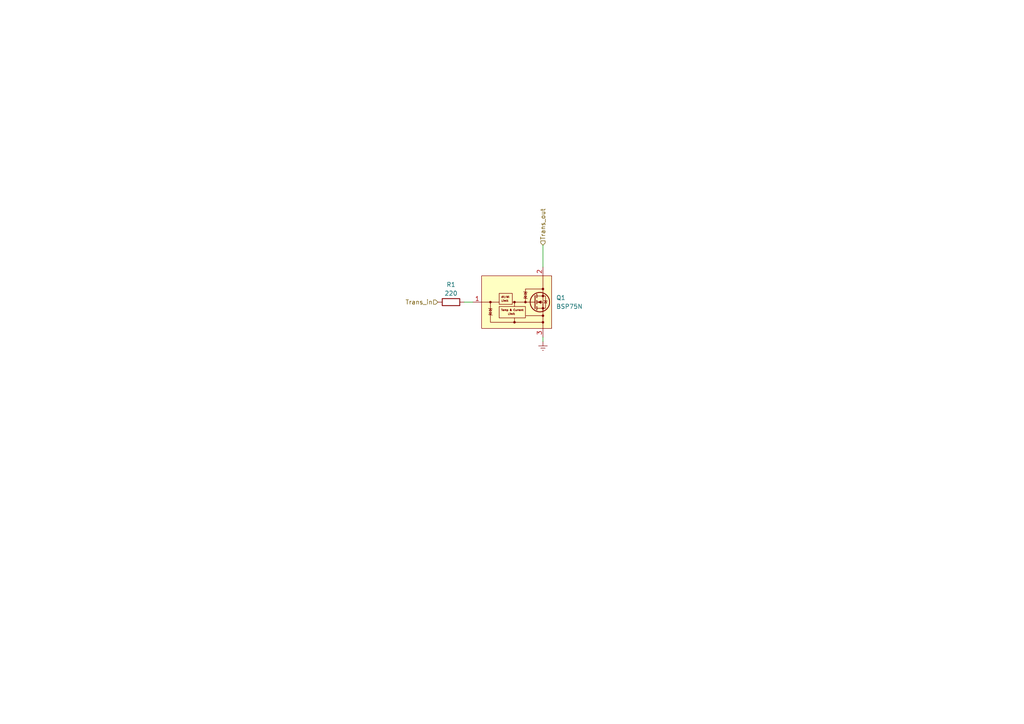
<source format=kicad_sch>
(kicad_sch (version 20230121) (generator eeschema)
  (paper "A4")
  (lib_symbols
    (symbol "Device:R" (pin_numbers hide) (pin_names (offset 0))
      (property "Reference" "R" (at 2.032 0 90))
      (property "Value" "R" (at 0 0 90))
      (symbol "R_0_1"
        (rectangle (start -1.016 -2.54) (end 1.016 2.54) (stroke (width 0.254)))
      )
      (symbol "R_1_1"
        (pin passive line (at 0 3.81 270) (length 1.27) (name "~") (number "1"))
        (pin passive line (at 0 -3.81 90) (length 1.27) (name "~") (number "2"))
      )
    )
    (symbol "Driver_FET:BSP75N" (pin_names (offset 0) hide)
      (property "Reference" "Q" (at 5.08 8.89 0))
      (property "Value" "BSP75N" (at -10.16 8.89 0))
      (symbol "BSP75N_0_0"
        (rectangle (start -10.16 7.62) (end 10.16 -7.62) (fill (type background)))
        (polyline (pts (xy 7.62 2.54) (xy 7.62 -7.62)))
        (polyline (pts (xy 7.62 2.54) (xy 7.62 7.62)))
        (polyline (pts (xy -0.635 -1.27) (xy -0.635 -0.635) (xy -0.635 0)))
        (polyline (pts (xy 2.54 0) (xy 2.54 3.81) (xy 7.62 3.81)))
        (polyline (pts (xy 7.62 -5.842) (xy -0.635 -5.842) (xy -0.635 -4.572)))
        (polyline (pts (xy -0.635 -5.842) (xy -7.62 -5.842) (xy -7.62 0) (xy -5.08 0)))
        (text "Limit" (at -1.524 -3.429 0) (effects (font (size 0.5334 0.5334))))
        (text "Temp & Current" (at -1.27 -2.286 0) (effects (font (size 0.5334 0.5334))))
      )
      (symbol "BSP75N_0_1"
        (rectangle (start -5.08 -1.27) (end 2.54 -4.572))
        (polyline (pts (xy -7.62 0) (xy -10.16 0)))
        (polyline (pts (xy 7.62 -3.937) (xy 2.667 -3.937)))
      )
      (symbol "BSP75N_1_1"
        (circle (center -7.62 0) (radius 0.2794) (fill (type outline)))
        (rectangle (start -5.08 2.54) (end -1.27 -0.635))
        (circle (center -0.635 -5.842) (radius 0.2794) (fill (type outline)))
        (circle (center -0.635 0) (radius 0.2794) (fill (type outline)))
        (polyline (pts (xy 2.54 0) (xy -1.27 0)))
        (polyline (pts (xy 2.54 0) (xy 5.334 0)))
        (polyline (pts (xy 5.842 -1.778) (xy 7.62 -1.778)))
        (polyline (pts (xy 5.842 -1.27) (xy 5.842 -2.286)) (stroke (width 0.254)))
        (polyline (pts (xy 5.842 0) (xy 7.62 0)))
        (polyline (pts (xy 5.842 0.508) (xy 5.842 -0.508)) (stroke (width 0.254)))
        (polyline (pts (xy 5.842 1.778) (xy 7.62 1.778)))
        (polyline (pts (xy 5.842 2.286) (xy 5.842 1.27)) (stroke (width 0.254)))
        (polyline (pts (xy 7.62 -1.778) (xy 7.62 -2.54)))
        (polyline (pts (xy 7.62 -1.778) (xy 7.62 0)))
        (polyline (pts (xy 7.62 2.54) (xy 7.62 1.778)))
        (polyline (pts (xy 5.334 1.905) (xy 5.334 -1.905) (xy 5.334 -1.905)) (stroke (width 0.254)))
        (polyline (pts (xy -8.128 -1.778) (xy -8.001 -1.905) (xy -7.239 -1.905) (xy -7.112 -2.032)))
        (polyline (pts (xy -7.62 -3.683) (xy -7.239 -3.048) (xy -8.001 -3.048) (xy -7.62 -3.683)))
        (polyline (pts (xy -7.62 -1.905) (xy -8.001 -2.54) (xy -7.239 -2.54) (xy -7.62 -1.905)))
        (polyline (pts (xy -7.112 -3.81) (xy -7.239 -3.683) (xy -8.001 -3.683) (xy -8.128 -3.556)))
        (polyline (pts (xy 2.032 3.048) (xy 2.159 2.921) (xy 2.921 2.921) (xy 3.048 2.794)))
        (polyline (pts (xy 2.54 1.143) (xy 2.921 1.778) (xy 2.159 1.778) (xy 2.54 1.143)))
        (polyline (pts (xy 2.54 2.921) (xy 2.159 2.286) (xy 2.921 2.286) (xy 2.54 2.921)))
        (polyline (pts (xy 3.048 1.016) (xy 2.921 1.143) (xy 2.159 1.143) (xy 2.032 1.27)))
        (polyline (pts (xy 6.096 0) (xy 7.112 0.381) (xy 7.112 -0.381) (xy 6.096 0)) (fill (type outline)))
        (polyline (pts (xy 7.62 -1.778) (xy 8.382 -1.778) (xy 8.382 1.778) (xy 7.62 1.778)))
        (polyline (pts (xy 7.874 0.508) (xy 8.001 0.381) (xy 8.763 0.381) (xy 8.89 0.254)))
        (polyline (pts (xy 8.382 0.381) (xy 8.001 -0.254) (xy 8.763 -0.254) (xy 8.382 0.381)))
        (circle (center 2.54 0) (radius 0.2794) (fill (type outline)))
        (circle (center 6.731 0) (radius 2.8194) (stroke (width 0.254)))
        (circle (center 7.62 -5.842) (radius 0.2794) (fill (type outline)))
        (circle (center 7.62 -3.937) (radius 0.2794) (fill (type outline)))
        (circle (center 7.62 -1.778) (radius 0.2794) (fill (type outline)))
        (circle (center 7.62 1.778) (radius 0.2794) (fill (type outline)))
        (circle (center 7.62 3.81) (radius 0.2794) (fill (type outline)))
        (text "dV/dt" (at -3.302 1.524 0) (effects (font (size 0.5334 0.5334))))
        (text "Limit" (at -3.429 0.381 0) (effects (font (size 0.5334 0.5334))))
        (pin input line (at -12.7 0 0) (length 2.54) (name "G") (number "1"))
        (pin passive line (at 7.62 10.16 270) (length 2.54) (name "D") (number "2"))
        (pin passive line (at 7.62 -10.16 90) (length 2.54) (name "S") (number "3"))
        (pin passive line (at 7.62 -10.16 90) (length 2.54) hide (name "S") (number "4"))
      )
    )
    (symbol "power:Earth" (power) (pin_names (offset 0))
      (symbol "Earth_0_1"
        (polyline (pts (xy -0.635 -1.905) (xy 0.635 -1.905)))
        (polyline (pts (xy -0.127 -2.54) (xy 0.127 -2.54)))
        (polyline (pts (xy 0 -1.27) (xy 0 0)))
        (polyline (pts (xy 1.27 -1.27) (xy -1.27 -1.27)))
      )
      (symbol "Earth_1_1"
        (pin power_in line (at 0 0 270) (length 0) hide (name "Earth") (number "1"))
      )
    )
  )
  (wire (pts (xy 134.62 87.63) (xy 137.16 87.63)))
  (wire (pts (xy 157.48 71.12) (xy 157.48 77.47)))
  (wire (pts (xy 157.48 97.79) (xy 157.48 99.06)))
  (hierarchical_label "Trans_in" (shape input) (at 127 87.63 180))
  (hierarchical_label "Trans_out" (shape input) (at 157.48 71.12 90))
  (symbol (lib_id "Driver_FET:BSP75N") (at 149.86 87.63 0) (unit 1)
    (property "Reference" "Q1" (at 161.29 86.3599 0) (effects (justify left)))
    (property "Value" "BSP75N" (at 161.29 88.8999 0) (effects (justify left)))
    (property "Footprint" "Package_TO_SOT_SMD:SOT-223" (effects hide))
    (property "Datasheet" "https://www.infineon.com/dgdl/Infineon-BSP75N-DS-v01_04-en.pdf?fileId=db3a30431ed1d7b2011f471f5a0256d1" (effects hide))
    (property "Manufacturer_Part_Number" "BSP75N" (effects hide))
    (property "Mouser Price/Stock" "https://www.mouser.com/ProductDetail/Infineon-Technologies/BSP75N?qs=mzcOS1kGbgciYG9zcnO7wA%3D%3D" (effects hide))
    (instances (project "KISS" (path "" (reference "Q1") (unit 1)) (path "" (reference "Q6") (unit 1))) (project "KISS_V2" (path "" (reference "Q2") (unit 1))) (project "Proyecto kiss" (path "" (reference "Q1") (unit 1)) (path "" (reference "Q1") (unit 1))))
  )
  (symbol (lib_id "Device:R") (at 130.81 87.63 90) (unit 1)
    (property "Reference" "R1" (at 130.81 82.55 90))
    (property "Value" "220" (at 130.81 85.09 90))
    (property "Footprint" "Resistor_SMD:R_0603_1608Metric" (effects hide))
    (property "Datasheet" "https://www.mouser.com/datasheet/2/427/crcw0201e3-1761851.pdf" (effects hide))
    (property "Manufacturer_Part_Number" "CRCW0201220KFKED" (effects hide))
    (property "Mouser Price/Stock" "https://www.mouser.com/ProductDetail/Vishay-Dale/CRCW0201220KFKED?qs=NYScm%2FwlDDYNqmB%252BWqlp%252Bw%3D%3D" (effects hide))
    (instances (project "KISS_V2" (path "" (reference "R1") (unit 1)) (path "" (reference "R4") (unit 1))) (project "Proyecto kiss" (path "" (reference "R2") (unit 1)) (path "" (reference "R2") (unit 1))))
  )
  (symbol (lib_id "power:Earth") (at 157.48 99.06 0) (unit 1)
    (property "Reference" "#PWR05" (effects hide))
    (property "Value" "Earth" (effects hide))
    (instances (project "KISS_V2" (path "" (reference "#PWR05") (unit 1))) (project "Proyecto kiss" (path "" (reference "#PWR06") (unit 1)) (path "" (reference "#PWR06") (unit 1))))
  )
)
</source>
